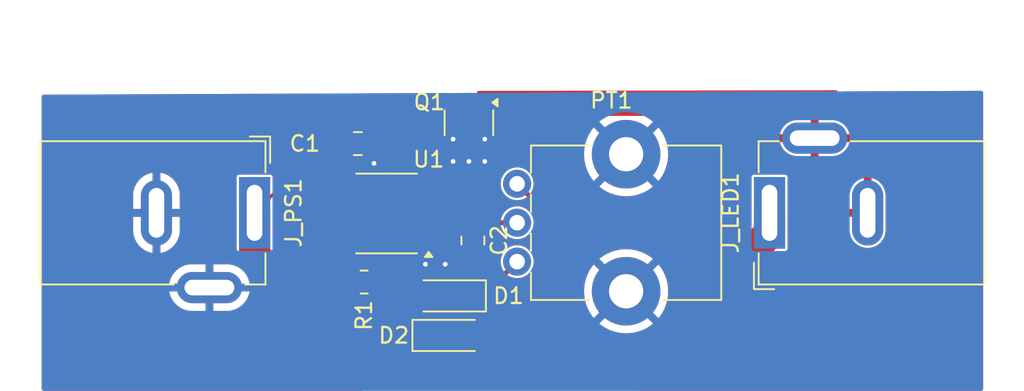
<source format=kicad_pcb>
(kicad_pcb (version 20241229) (generator "pcbnew") (generator_version "9.0")
  (layers (0 "F.Cu" signal) (2 "B.Cu" signal) (13 "F.Paste" user) (15 "B.Paste" user) (5 "F.SilkS" user "F.Silkscreen") (7 "B.SilkS" user "B.Silkscreen") (1 "F.Mask" user) (3 "B.Mask" user) (25 "Edge.Cuts" user))
  (net 0 "")
  (net 1 "Net-(U1-CV)")
  (net 2 "GND")
  (net 3 "Net-(D1-K)")
  (net 4 "Net-(D2-A)")
  (net 5 "12V")
  (net 6 "/PWM")
  (net 7 "/THRESH")
  (net 8 "/DISCH")
  (net 9 "/SwitchGND")
  (footprint "Capacitor_SMD:C_0805_2012Metric_Pad1.18x1.45mm_HandSolder" (layer "F.Cu") (at 96.52 55.118 -90)
    (property "Reference" "C2" (at 0.000002 -1.679997 90) (layer "F.SilkS"))
    (property "Value" "200pF")
    (fp_line (start -0.261252 0.735) (end 0.261252 0.735) (stroke (width 0.12)) (layer "F.SilkS"))
    (fp_line (start -0.261252 -0.735) (end 0.261252 -0.735) (stroke (width 0.12)) (layer "F.SilkS"))
    (pad "1" smd roundrect (at -1.0375 0 270) (size 1.175 1.45) (layers "F.Cu" "F.Mask" "F.Paste") (roundrect_rratio 0.212766) (net 7 "/THRESH"))
    (pad "2" smd roundrect (at 1.0375 0 270) (size 1.175 1.45) (layers "F.Cu" "F.Mask" "F.Paste") (roundrect_rratio 0.212766) (net 2 "GND"))
  )
  (footprint "Package_TO_SOT_SMD:SOT-23-3" (layer "F.Cu") (at 96.266254 47.558751 -90)
    (property "Reference" "Q1" (at -1.330751 2.540254 180) (layer "F.SilkS"))
    (property "Value" "PJA3404A_R1_00001")
    (fp_line (start 0 1.56) (end -0.800004 1.560003) (stroke (width 0.12)) (layer "F.SilkS"))
    (fp_line (start 0 1.56) (end 0.799995 1.560003) (stroke (width 0.12)) (layer "F.SilkS"))
    (fp_line (start 0 -1.56) (end -0.799995 -1.560003) (stroke (width 0.12)) (layer "F.SilkS"))
    (fp_line (start 0 -1.56) (end 0.800004 -1.560003) (stroke (width 0.12)) (layer "F.SilkS"))
    (fp_poly (pts (xy -1.3 -1.51) (xy -1.540005 -1.839992) (xy -1.060001 -1.839998)) (stroke (width 0.12)) (fill yes) (layer "F.SilkS"))
    (pad "1" smd roundrect (at -1.1375 -0.949998 270) (size 1.325 0.6) (layers "F.Cu" "F.Mask" "F.Paste") (net 9 "/SwitchGND"))
    (pad "2" smd roundrect (at -1.137502 0.950002 270) (size 1.325 0.6) (layers "F.Cu" "F.Mask" "F.Paste") (net 6 "/PWM"))
    (pad "3" smd roundrect (at 1.137499 0 270) (size 1.325 0.6) (layers "F.Cu" "F.Mask" "F.Paste") (net 2 "GND"))
  )
  (footprint "Package_SO:SOIC-8_3.9x4.9mm_P1.27mm" (layer "F.Cu") (at 90.976002 53.379997 180)
    (property "Reference" "U1" (at -2.706968 3.468427 0) (layer "F.SilkS"))
    (property "Value" "TLC555CDR")
    (fp_line (start 0 2.56) (end 1.950003 2.559998) (stroke (width 0.12)) (layer "F.SilkS"))
    (fp_line (start 0 2.56) (end -1.95 2.560002) (stroke (width 0.12)) (layer "F.SilkS"))
    (fp_line (start 0 -2.56) (end 1.95 -2.560002) (stroke (width 0.12)) (layer "F.SilkS"))
    (fp_line (start 0 -2.56) (end -1.950003 -2.559998) (stroke (width 0.12)) (layer "F.SilkS"))
    (fp_poly (pts (xy -2.700004 -2.464999) (xy -2.94 -2.794998) (xy -2.46 -2.795)) (stroke (width 0.12)) (fill yes) (layer "F.SilkS"))
    (pad "1" smd roundrect (at -2.474998 -1.905001 180) (size 1.95 0.6) (layers "F.Cu" "F.Mask" "F.Paste") (net 2 "GND"))
    (pad "2" smd roundrect (at -2.475 -0.635 180) (size 1.95 0.6) (layers "F.Cu" "F.Mask" "F.Paste") (net 7 "/THRESH"))
    (pad "3" smd roundrect (at -2.475004 0.635006 180) (size 1.95 0.6) (layers "F.Cu" "F.Mask" "F.Paste") (net 6 "/PWM"))
    (pad "4" smd roundrect (at -2.474997 1.905001 180) (size 1.95 0.6) (layers "F.Cu" "F.Mask" "F.Paste") (net 5 "12V"))
    (pad "5" smd roundrect (at 2.474998 1.905001 180) (size 1.95 0.6) (layers "F.Cu" "F.Mask" "F.Paste") (net 1 "Net-(U1-CV)"))
    (pad "6" smd roundrect (at 2.475 0.635 180) (size 1.95 0.6) (layers "F.Cu" "F.Mask" "F.Paste") (net 7 "/THRESH"))
    (pad "7" smd roundrect (at 2.475004 -0.635006 180) (size 1.95 0.6) (layers "F.Cu" "F.Mask" "F.Paste") (net 8 "/DISCH"))
    (pad "8" smd roundrect (at 2.474997 -1.905001 180) (size 1.95 0.6) (layers "F.Cu" "F.Mask" "F.Paste") (net 5 "12V"))
  )
  (footprint "Connector_BarrelJack:BarrelJack_GCT_DCJ200-10-A_Horizontal" (layer "F.Cu") (at 82.500001 53.34 -90)
    (property "Reference" "J_PS1" (at 0 -2.5 90) (layer "F.SilkS"))
    (property "Value" "54-00166")
    (fp_line (start -4.599999 13.800001) (end -4.599999 -0.700002) (stroke (width 0.12)) (layer "F.SilkS"))
    (fp_line (start 4.599998 13.799999) (end -4.599999 13.800001) (stroke (width 0.12)) (layer "F.SilkS"))
    (fp_line (start 4.6 5.2) (end 4.599998 13.799999) (stroke (width 0.12)) (layer "F.SilkS"))
    (fp_line (start 4.599997 -0.699999) (end 4.600003 0.600002) (stroke (width 0.12)) (layer "F.SilkS"))
    (fp_line (start -4.599999 -0.700002) (end -2.600004 -0.7) (stroke (width 0.12)) (layer "F.SilkS"))
    (fp_line (start 2.599999 -0.700003) (end 4.599997 -0.699999) (stroke (width 0.12)) (layer "F.SilkS"))
    (fp_line (start -4.899996 -1.000003) (end -4.9 0.300001) (stroke (width 0.12)) (layer "F.SilkS"))
    (fp_line (start -3.200002 -1.000004) (end -4.899996 -1.000003) (stroke (width 0.12)) (layer "F.SilkS"))
    (pad "1" thru_hole rect (at 0 0 270) (size 4.6 2) (drill oval 3.6 1) (layers "*.Cu" "*.Mask") (net 5 "12V"))
    (pad "2" thru_hole oval (at -0.000001 6.300001 270) (size 4.2 2) (drill oval 3.2 1) (layers "*.Cu" "*.Mask") (net 2 "GND"))
    (pad "3" thru_hole oval (at 4.8 2.9 270) (size 2 4.2) (drill oval 1 3.2) (layers "*.Cu" "*.Mask") (net 2 "GND"))
  )
  (footprint "Capacitor_SMD:C_0805_2012Metric_Pad1.18x1.45mm_HandSolder" (layer "F.Cu") (at 89.1325 48.895 180)
    (property "Reference" "C1" (at 3.4075 0 0) (layer "F.SilkS"))
    (property "Value" "100nF")
    (fp_line (start -0.261252 0.735) (end 0.261252 0.735) (stroke (width 0.12)) (layer "F.SilkS"))
    (fp_line (start -0.261252 -0.735) (end 0.261252 -0.735) (stroke (width 0.12)) (layer "F.SilkS"))
    (pad "1" smd roundrect (at -1.0375 0 180) (size 1.175 1.45) (layers "F.Cu" "F.Mask" "F.Paste") (roundrect_rratio 0.212766) (net 2 "GND"))
    (pad "2" smd roundrect (at 1.0375 0 180) (size 1.175 1.45) (layers "F.Cu" "F.Mask" "F.Paste") (roundrect_rratio 0.212766) (net 1 "Net-(U1-CV)"))
  )
  (footprint "Resistor_SMD:R_0805_2012Metric_Pad1.20x1.40mm_HandSolder" (layer "F.Cu") (at 89.535 57.785)
    (property "Reference" "R1" (at -0.01002 2.147064 90) (layer "F.SilkS"))
    (property "Value" "10K")
    (fp_line (start -0.227064 -0.735) (end 0.227064 -0.735) (stroke (width 0.12)) (layer "F.SilkS"))
    (fp_line (start -0.227064 0.735) (end 0.227064 0.735) (stroke (width 0.12)) (layer "F.SilkS"))
    (pad "1" smd roundrect (at -1 0) (size 1.2 1.4) (layers "F.Cu" "F.Mask" "F.Paste") (roundrect_rratio 0.208333) (net 5 "12V"))
    (pad "2" smd roundrect (at 1 0) (size 1.2 1.4) (layers "F.Cu" "F.Mask" "F.Paste") (roundrect_rratio 0.208333) (net 8 "/DISCH"))
  )
  (footprint "Connector_BarrelJack:BarrelJack_GCT_DCJ200-10-A_Horizontal" (layer "F.Cu") (at 115.570001 53.339999 90)
    (property "Reference" "J_LED1" (at 0 -2.5 90) (layer "F.SilkS"))
    (property "Value" "54-00166")
    (fp_line (start -3.200001 -1.000002) (end -4.899999 -1.000001) (stroke (width 0.12)) (layer "F.SilkS"))
    (fp_line (start -4.899999 -1.000001) (end -4.900002 0.3) (stroke (width 0.12)) (layer "F.SilkS"))
    (fp_line (start -4.6 -0.700001) (end -2.600001 -0.699999) (stroke (width 0.12)) (layer "F.SilkS"))
    (fp_line (start 2.599999 -0.7) (end 4.599999 -0.699999) (stroke (width 0.12)) (layer "F.SilkS"))
    (fp_line (start 4.599999 -0.699999) (end 4.600001 0.600001) (stroke (width 0.12)) (layer "F.SilkS"))
    (fp_line (start 4.6 5.2) (end 4.6 13.799999) (stroke (width 0.12)) (layer "F.SilkS"))
    (fp_line (start 4.6 13.799999) (end -4.599999 13.800001) (stroke (width 0.12)) (layer "F.SilkS"))
    (fp_line (start -4.599999 13.800001) (end -4.6 -0.700001) (stroke (width 0.12)) (layer "F.SilkS"))
    (pad "1" thru_hole rect (at 0 0 90) (size 4.6 2) (drill oval 3.6 1) (layers "*.Cu" "*.Mask") (net 5 "12V"))
    (pad "2" thru_hole oval (at -0.000001 6.300001 90) (size 4.2 2) (drill oval 3.2 1) (layers "*.Cu" "*.Mask") (net 9 "/SwitchGND"))
    (pad "3" thru_hole oval (at 4.8 2.9 90) (size 2 4.2) (drill oval 1 3.2) (layers "*.Cu" "*.Mask") (net 9 "/SwitchGND"))
  )
  (footprint "Diode_SMD:D_SOD-123" (layer "F.Cu") (at 94.996 61.214)
    (property "Reference" "D2" (at -3.556 0 0) (layer "F.SilkS"))
    (property "Value" "1N4148")
    (fp_line (start -2.359999 -1) (end -2.359995 0.999997) (stroke (width 0.12)) (layer "F.SilkS"))
    (fp_line (start -2.359999 -1) (end 1.650001 -0.999999) (stroke (width 0.12)) (layer "F.SilkS"))
    (fp_line (start -2.359995 0.999997) (end 1.650001 1.000001) (stroke (width 0.12)) (layer "F.SilkS"))
    (pad "1" smd roundrect (at -1.650002 0.000003) (size 0.9 1.2) (layers "F.Cu" "F.Mask" "F.Paste") (net 8 "/DISCH"))
    (pad "2" smd roundrect (at 1.650002 -0.000003) (size 0.9 1.2) (layers "F.Cu" "F.Mask" "F.Paste") (net 4 "Net-(D2-A)"))
  )
  (footprint "Potentiometer_THT:Potentiometer_Bourns_PTV09A-1_Single_Vertical" (layer "F.Cu") (at 99.359998 56.475)
    (property "Reference" "PT1" (at 6.05 -10.35 0) (layer "F.SilkS"))
    (property "Value" "PTV09A-4020S-A105")
    (fp_line (start 0.889998 -7.460005) (end 4.635001 -7.460002) (stroke (width 0.12)) (layer "F.SilkS"))
    (fp_line (start 0.89 -0.695997) (end 0.889998 -1.804004) (stroke (width 0.12)) (layer "F.SilkS"))
    (fp_line (start 0.890003 -5.695999) (end 0.889998 -7.460005) (stroke (width 0.12)) (layer "F.SilkS"))
    (fp_line (start 0.890003 -3.195997) (end 0.89 -4.304) (stroke (width 0.12)) (layer "F.SilkS"))
    (fp_line (start 0.890003 2.46) (end 0.889997 0.695998) (stroke (width 0.12)) (layer "F.SilkS"))
    (fp_line (start 4.635 2.46) (end 0.890003 2.46) (stroke (width 0.12)) (layer "F.SilkS"))
    (fp_line (start 9.364998 -7.46) (end 13.110001 -7.460003) (stroke (width 0.12)) (layer "F.SilkS"))
    (fp_line (start 13.110001 -7.460003) (end 13.110002 2.459997) (stroke (width 0.12)) (layer "F.SilkS"))
    (fp_line (start 13.110002 2.459997) (end 9.365 2.46) (stroke (width 0.12)) (layer "F.SilkS"))
    (pad "1" thru_hole circle (at 0 0) (size 1.8 1.8) (drill 1) (layers "*.Cu" "*.Mask") (net 3 "Net-(D1-K)"))
    (pad "2" thru_hole circle (at 0 -2.5) (size 1.8 1.8) (drill 1) (layers "*.Cu" "*.Mask") (net 7 "/THRESH"))
    (pad "3" thru_hole circle (at 0 -5) (size 1.8 1.8) (drill 1) (layers "*.Cu" "*.Mask") (net 4 "Net-(D2-A)"))
    (pad "MP" thru_hole circle (at 6.999996 -6.899999) (size 4.4 4.4) (drill 2.2) (layers "*.Cu" "*.Mask") (net 2 "GND"))
    (pad "MP" thru_hole circle (at 7.000001 1.9) (size 4.4 4.4) (drill 2.2) (layers "*.Cu" "*.Mask") (net 2 "GND"))
  )
  (footprint "Diode_SMD:D_SOD-123" (layer "F.Cu") (at 94.996 58.674 180)
    (property "Reference" "D1" (at -3.81 -0.000002 0) (layer "F.SilkS"))
    (property "Value" "1N4148")
    (fp_line (start -2.359997 0.999996) (end 1.650003 1.000002) (stroke (width 0.12)) (layer "F.SilkS"))
    (fp_line (start -2.359999 -1) (end 1.650003 -1) (stroke (width 0.12)) (layer "F.SilkS"))
    (fp_line (start -2.359999 -1) (end -2.359997 0.999996) (stroke (width 0.12)) (layer "F.SilkS"))
    (pad "1" smd roundrect (at -1.650002 0.000003 180) (size 0.9 1.2) (layers "F.Cu" "F.Mask" "F.Paste") (net 3 "Net-(D1-K)"))
    (pad "2" smd roundrect (at 1.650002 -0.000003 180) (size 0.9 1.2) (layers "F.Cu" "F.Mask" "F.Paste") (net 8 "/DISCH"))
  )
  (segment (start 88.095 48.895) (end 88.095 51.068992) (width 0.3048) (layer "F.Cu") (net 1))
  (segment (start 88.095 51.068992) (end 88.501004 51.474996) (width 0.3048) (layer "F.Cu") (net 1))
  (via (at 95.25 48.608751) (size 0.6) (drill 0.3) (layers "F.Cu" "B.Cu") (net 2))
  (via (at 94.742 56.642) (size 0.6) (drill 0.3) (layers "F.Cu" "B.Cu") (net 2))
  (via (at 97.282 48.60875) (size 0.6) (drill 0.3) (layers "F.Cu" "B.Cu") (net 2))
  (via (at 95.25 50.038) (size 0.6) (drill 0.3) (layers "F.Cu" "B.Cu") (net 2))
  (via (at 93.472 56.642) (size 0.6) (drill 0.3) (layers "F.Cu" "B.Cu") (net 2))
  (via (at 90.17 50.165) (size 0.6) (drill 0.3) (layers "F.Cu" "B.Cu") (net 2))
  (via (at 97.282 50.038) (size 0.6) (drill 0.3) (layers "F.Cu" "B.Cu") (net 2))
  (via (at 96.266253 50.038) (size 0.6) (drill 0.3) (layers "F.Cu" "B.Cu") (net 2))
  (segment (start 99.359998 56.475) (end 97.161001 58.673997) (width 0.3048) (layer "F.Cu") (net 3))
  (segment (start 97.161001 58.673997) (end 96.646002 58.673997) (width 0.3048) (layer "F.Cu") (net 3))
  (segment (start 99.359998 51.475) (end 100.613398 52.7284) (width 0.3048) (layer "F.Cu") (net 4))
  (segment (start 100.613398 57.246601) (end 96.646002 61.213997) (width 0.3048) (layer "F.Cu") (net 4))
  (segment (start 100.613398 52.7284) (end 100.613398 57.246601) (width 0.3048) (layer "F.Cu") (net 4))
  (segment (start 88.535 57.785) (end 86.376 59.944) (width 0.3048) (layer "F.Cu") (net 5))
  (segment (start 88.501005 55.284998) (end 88.501005 57.751005) (width 0.3048) (layer "F.Cu") (net 5))
  (segment (start 82.500001 53.34) (end 82.500001 56.084001) (width 2) (layer "F.Cu") (net 5))
  (segment (start 115.570001 54.639999) (end 115.570001 53.339999) (width 2) (layer "F.Cu") (net 5))
  (segment (start 88.501005 57.751005) (end 88.535 57.785) (width 0.3048) (layer "F.Cu") (net 5))
  (segment (start 86.376 59.944) (end 86.36 59.944) (width 0.3048) (layer "F.Cu") (net 5))
  (segment (start 92.855995 52.07) (end 83.770001 52.07) (width 0.2032) (layer "F.Cu") (net 5))
  (segment (start 86.36 59.944) (end 89.916 63.5) (width 2) (layer "F.Cu") (net 5))
  (segment (start 106.71 63.5) (end 115.570001 54.639999) (width 2) (layer "F.Cu") (net 5))
  (segment (start 89.916 63.5) (end 106.71 63.5) (width 2) (layer "F.Cu") (net 5))
  (segment (start 93.450999 51.474996) (end 92.855995 52.07) (width 0.2032) (layer "F.Cu") (net 5))
  (segment (start 82.500001 56.084001) (end 86.36 59.944) (width 2) (layer "F.Cu") (net 5))
  (segment (start 83.770001 52.07) (end 82.500001 53.34) (width 0.2032) (layer "F.Cu") (net 5))
  (segment (start 94.742 52.428996) (end 94.742 46.995501) (width 0.3048) (layer "F.Cu") (net 6))
  (segment (start 93.451006 52.744991) (end 94.426005 52.744991) (width 0.3048) (layer "F.Cu") (net 6))
  (segment (start 94.742 46.995501) (end 95.316252 46.421249) (width 0.3048) (layer "F.Cu") (net 6))
  (segment (start 94.426005 52.744991) (end 94.742 52.428996) (width 0.3048) (layer "F.Cu") (net 6))
  (segment (start 99.359998 53.975) (end 90.706004 53.975) (width 0.3048) (layer "F.Cu") (net 7))
  (segment (start 90.706004 53.975) (end 89.476001 52.744997) (width 0.3048) (layer "F.Cu") (net 7))
  (segment (start 89.476001 52.744997) (end 88.501002 52.744997) (width 0.3048) (layer "F.Cu") (net 7))
  (segment (start 90.805 57.785) (end 92.025497 56.564503) (width 0.3048) (layer "F.Cu") (net 8))
  (segment (start 88.460995 53.975) (end 88.500998 54.015003) (width 0.3048) (layer "F.Cu") (net 8))
  (segment (start 93.345998 57.885004) (end 92.025497 56.564503) (width 0.3048) (layer "F.Cu") (net 8))
  (segment (start 93.345998 61.214003) (end 93.345998 57.885004) (width 0.3048) (layer "F.Cu") (net 8))
  (segment (start 92.025497 56.564503) (end 89.475997 54.015003) (width 0.3048) (layer "F.Cu") (net 8))
  (segment (start 89.475997 54.015003) (end 88.500998 54.015003) (width 0.3048) (layer "F.Cu") (net 8))
  (segment (start 90.535 57.785) (end 90.805 57.785) (width 0.3048) (layer "F.Cu") (net 8))
  (zone (net 9) (net_name "/SwitchGND") (layer "F.Cu") (priority 1) (connect_pads (clearance 0.15)) (min_thickness 0.25) (fill yes (thermal_gap 0.5) (thermal_bridge_width 0.5) (island_removal_mode 1) (island_area_min 10))
    (polygon (pts (xy 96.774 45.508751) (xy 119.888 45.466) (xy 122.936 50.038) (xy 122.936 55.626) (xy 118.872 55.626) (xy 118.872 51.963377) (xy 112.609998 47.115) (xy 112.609998 47.115) (xy 112.609998 47.115) (xy 96.774 47.115) (xy 96.774 45.466)))
  )
  (zone (net 2) (net_name "GND") (layers "F.Cu" "B.Cu") (connect_pads (clearance 0.15)) (min_thickness 0.25) (fill yes (thermal_gap 0.5) (thermal_bridge_width 0.5))
    (polygon (pts (xy 68.834 45.753312) (xy 129.286 45.505558) (xy 129.286 64.77) (xy 68.834 64.77)))
  )
)
</source>
